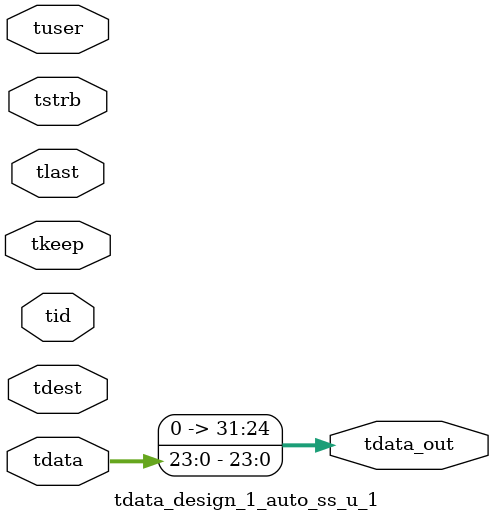
<source format=v>


`timescale 1ps/1ps

module tdata_design_1_auto_ss_u_1 #
(
parameter C_S_AXIS_TDATA_WIDTH = 32,
parameter C_S_AXIS_TUSER_WIDTH = 0,
parameter C_S_AXIS_TID_WIDTH   = 0,
parameter C_S_AXIS_TDEST_WIDTH = 0,
parameter C_M_AXIS_TDATA_WIDTH = 32
)
(
input  [(C_S_AXIS_TDATA_WIDTH == 0 ? 1 : C_S_AXIS_TDATA_WIDTH)-1:0     ] tdata,
input  [(C_S_AXIS_TUSER_WIDTH == 0 ? 1 : C_S_AXIS_TUSER_WIDTH)-1:0     ] tuser,
input  [(C_S_AXIS_TID_WIDTH   == 0 ? 1 : C_S_AXIS_TID_WIDTH)-1:0       ] tid,
input  [(C_S_AXIS_TDEST_WIDTH == 0 ? 1 : C_S_AXIS_TDEST_WIDTH)-1:0     ] tdest,
input  [(C_S_AXIS_TDATA_WIDTH/8)-1:0 ] tkeep,
input  [(C_S_AXIS_TDATA_WIDTH/8)-1:0 ] tstrb,
input                                                                    tlast,
output [C_M_AXIS_TDATA_WIDTH-1:0] tdata_out
);

assign tdata_out = {tdata[23:0]};

endmodule


</source>
